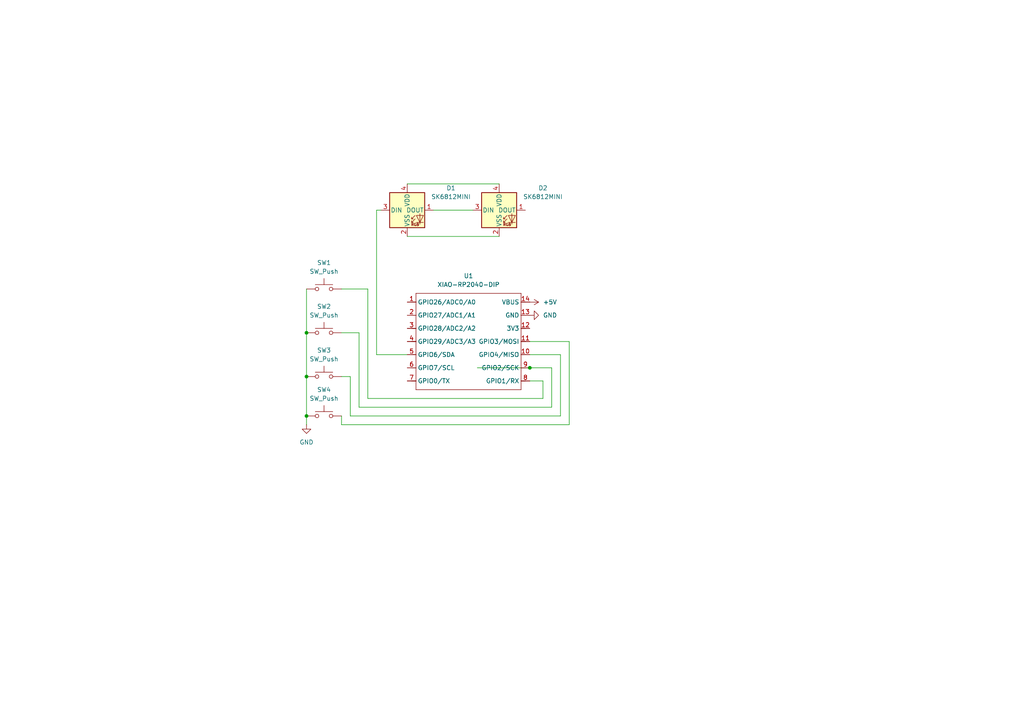
<source format=kicad_sch>
(kicad_sch (version 20250114) (generator "eeschema") (generator_version "9.0")
  (paper "A4")
  (lib_symbols
    (symbol "LED:SK6812MINI" (pin_names (offset 0.254))
      (property "Reference" "D" (at 5.08 5.715 0))
      (property "Value" "SK6812MINI" (at 1.27 -5.715 0))
      (symbol "SK6812MINI_0_0"
        (text "RGB" (at 2.286 -4.191 0) (effects (font (size 0.762 0.762))))
      )
      (symbol "SK6812MINI_0_1"
        (polyline (pts (xy 1.27 -2.54) (xy 1.778 -2.54)))
        (polyline (pts (xy 1.27 -3.556) (xy 1.778 -3.556)))
        (polyline (pts (xy 2.286 -1.524) (xy 1.27 -2.54) (xy 1.27 -2.032)))
        (polyline (pts (xy 2.286 -2.54) (xy 1.27 -3.556) (xy 1.27 -3.048)))
        (polyline (pts (xy 3.683 -1.016) (xy 3.683 -3.556) (xy 3.683 -4.064)))
        (polyline (pts (xy 4.699 -1.524) (xy 2.667 -1.524) (xy 3.683 -3.556) (xy 4.699 -1.524)))
        (polyline (pts (xy 4.699 -3.556) (xy 2.667 -3.556)))
        (rectangle (start 5.08 5.08) (end -5.08 -5.08) (stroke (width 0.254)) (fill (type background)))
      )
      (symbol "SK6812MINI_1_1"
        (pin input line (at -7.62 0 0) (length 2.54) (name "DIN") (number "3"))
        (pin power_in line (at 0 7.62 270) (length 2.54) (name "VDD") (number "4"))
        (pin power_in line (at 0 -7.62 90) (length 2.54) (name "VSS") (number "2"))
        (pin output line (at 7.62 0 180) (length 2.54) (name "DOUT") (number "1"))
      )
    )
    (symbol "OPL:XIAO-RP2040-DIP"
      (property "Reference" "U" (at 0 0 0))
      (property "Value" "XIAO-RP2040-DIP" (at 5.334 -1.778 0))
      (symbol "XIAO-RP2040-DIP_1_0"
        (polyline (pts (xy -1.27 -2.54) (xy 29.21 -2.54)) (stroke (width 0.1524)))
        (polyline (pts (xy -1.27 -5.08) (xy -2.54 -5.08)) (stroke (width 0.1524)))
        (polyline (pts (xy -1.27 -5.08) (xy -1.27 -2.54)) (stroke (width 0.1524)))
        (polyline (pts (xy -1.27 -8.89) (xy -2.54 -8.89)) (stroke (width 0.1524)))
        (polyline (pts (xy -1.27 -8.89) (xy -1.27 -5.08)) (stroke (width 0.1524)))
        (polyline (pts (xy -1.27 -12.7) (xy -2.54 -12.7)) (stroke (width 0.1524)))
        (polyline (pts (xy -1.27 -12.7) (xy -1.27 -8.89)) (stroke (width 0.1524)))
        (polyline (pts (xy -1.27 -16.51) (xy -2.54 -16.51)) (stroke (width 0.1524)))
        (polyline (pts (xy -1.27 -16.51) (xy -1.27 -12.7)) (stroke (width 0.1524)))
        (polyline (pts (xy -1.27 -20.32) (xy -2.54 -20.32)) (stroke (width 0.1524)))
        (polyline (pts (xy -1.27 -24.13) (xy -2.54 -24.13)) (stroke (width 0.1524)))
        (polyline (pts (xy -1.27 -27.94) (xy -2.54 -27.94)) (stroke (width 0.1524)))
        (polyline (pts (xy -1.27 -30.48) (xy -1.27 -16.51)) (stroke (width 0.1524)))
        (polyline (pts (xy 29.21 -2.54) (xy 29.21 -5.08)) (stroke (width 0.1524)))
        (polyline (pts (xy 29.21 -5.08) (xy 29.21 -8.89)) (stroke (width 0.1524)))
        (polyline (pts (xy 29.21 -8.89) (xy 29.21 -12.7)) (stroke (width 0.1524)))
        (polyline (pts (xy 29.21 -12.7) (xy 29.21 -30.48)) (stroke (width 0.1524)))
        (polyline (pts (xy 29.21 -30.48) (xy -1.27 -30.48)) (stroke (width 0.1524)))
        (polyline (pts (xy 30.48 -5.08) (xy 29.21 -5.08)) (stroke (width 0.1524)))
        (polyline (pts (xy 30.48 -8.89) (xy 29.21 -8.89)) (stroke (width 0.1524)))
        (polyline (pts (xy 30.48 -12.7) (xy 29.21 -12.7)) (stroke (width 0.1524)))
        (polyline (pts (xy 30.48 -16.51) (xy 29.21 -16.51)) (stroke (width 0.1524)))
        (polyline (pts (xy 30.48 -20.32) (xy 29.21 -20.32)) (stroke (width 0.1524)))
        (polyline (pts (xy 30.48 -24.13) (xy 29.21 -24.13)) (stroke (width 0.1524)))
        (polyline (pts (xy 30.48 -27.94) (xy 29.21 -27.94)) (stroke (width 0.1524)))
        (pin passive line (at -3.81 -5.08 0) (length 2.54) (name "GPIO26/ADC0/A0") (number "1"))
        (pin passive line (at -3.81 -8.89 0) (length 2.54) (name "GPIO27/ADC1/A1") (number "2"))
        (pin passive line (at -3.81 -12.7 0) (length 2.54) (name "GPIO28/ADC2/A2") (number "3"))
        (pin passive line (at -3.81 -16.51 0) (length 2.54) (name "GPIO29/ADC3/A3") (number "4"))
        (pin passive line (at -3.81 -20.32 0) (length 2.54) (name "GPIO6/SDA") (number "5"))
        (pin passive line (at -3.81 -24.13 0) (length 2.54) (name "GPIO7/SCL") (number "6"))
        (pin passive line (at -3.81 -27.94 0) (length 2.54) (name "GPIO0/TX") (number "7"))
        (pin passive line (at 31.75 -5.08 180) (length 2.54) (name "VBUS") (number "14"))
        (pin passive line (at 31.75 -8.89 180) (length 2.54) (name "GND") (number "13"))
        (pin passive line (at 31.75 -12.7 180) (length 2.54) (name "3V3") (number "12"))
        (pin passive line (at 31.75 -16.51 180) (length 2.54) (name "GPIO3/MOSI") (number "11"))
        (pin passive line (at 31.75 -20.32 180) (length 2.54) (name "GPIO4/MISO") (number "10"))
        (pin passive line (at 31.75 -24.13 180) (length 2.54) (name "GPIO2/SCK") (number "9"))
        (pin passive line (at 31.75 -27.94 180) (length 2.54) (name "GPIO1/RX") (number "8"))
      )
    )
    (symbol "Switch:SW_Push" (pin_numbers (hide yes)) (pin_names (offset 1.016) (hide yes))
      (property "Reference" "SW" (at 1.27 2.54 0))
      (property "Value" "SW_Push" (at 0 -1.524 0))
      (symbol "SW_Push_0_1"
        (circle (center -2.032 0) (radius 0.508))
        (polyline (pts (xy 0 1.27) (xy 0 3.048)))
        (circle (center 2.032 0) (radius 0.508))
        (polyline (pts (xy 2.54 1.27) (xy -2.54 1.27)))
        (pin passive line (at -5.08 0 0) (length 2.54) (name "1") (number "1"))
        (pin passive line (at 5.08 0 180) (length 2.54) (name "2") (number "2"))
      )
    )
    (symbol "power:+5V" (power) (pin_numbers (hide yes)) (pin_names (offset 0) (hide yes))
      (property "Value" "+5V" (at 0 3.556 0))
      (symbol "+5V_0_1"
        (polyline (pts (xy -0.762 1.27) (xy 0 2.54)))
        (polyline (pts (xy 0 2.54) (xy 0.762 1.27)))
        (polyline (pts (xy 0 0) (xy 0 2.54)))
      )
      (symbol "+5V_1_1"
        (pin power_in line (at 0 0 90) (length 0) (name "~") (number "1"))
      )
    )
    (symbol "power:GND" (power) (pin_numbers (hide yes)) (pin_names (offset 0) (hide yes))
      (property "Value" "GND" (at 0 -3.81 0))
      (symbol "GND_0_1"
        (polyline (pts (xy 0 0) (xy 0 -1.27) (xy 1.27 -1.27) (xy 0 -2.54) (xy -1.27 -1.27) (xy 0 -1.27)))
      )
      (symbol "GND_1_1"
        (pin power_in line (at 0 0 270) (length 0) (name "~") (number "1"))
      )
    )
  )
  (junction (at 88.9 96.52))
  (junction (at 88.9 109.22))
  (junction (at 153.67 106.68))
  (junction (at 88.9 120.65))
  (wire (pts (xy 106.68 115.57) (xy 157.48 115.57)))
  (wire (pts (xy 153.67 110.49) (xy 157.48 110.49)))
  (wire (pts (xy 138.43 106.68) (xy 153.67 106.68)))
  (wire (pts (xy 88.9 109.22) (xy 88.9 120.65)))
  (wire (pts (xy 125.73 60.96) (xy 137.16 60.96)))
  (wire (pts (xy 88.9 83.82) (xy 88.9 96.52)))
  (wire (pts (xy 157.48 115.57) (xy 157.48 110.49)))
  (wire (pts (xy 104.14 96.52) (xy 99.06 96.52)))
  (wire (pts (xy 106.68 83.82) (xy 106.68 115.57)))
  (wire (pts (xy 160.02 118.11) (xy 104.14 118.11)))
  (wire (pts (xy 162.56 120.65) (xy 162.56 102.87)))
  (wire (pts (xy 118.11 53.34) (xy 144.78 53.34)))
  (wire (pts (xy 99.06 120.65) (xy 99.06 123.19)))
  (wire (pts (xy 153.67 102.87) (xy 162.56 102.87)))
  (wire (pts (xy 101.6 120.65) (xy 162.56 120.65)))
  (wire (pts (xy 109.22 102.87) (xy 118.11 102.87)))
  (wire (pts (xy 153.67 99.06) (xy 165.1 99.06)))
  (wire (pts (xy 118.11 68.58) (xy 144.78 68.58)))
  (wire (pts (xy 165.1 123.19) (xy 99.06 123.19)))
  (wire (pts (xy 109.22 60.96) (xy 109.22 102.87)))
  (wire (pts (xy 153.67 106.68) (xy 160.02 106.68)))
  (wire (pts (xy 104.14 118.11) (xy 104.14 96.52)))
  (wire (pts (xy 165.1 99.06) (xy 165.1 123.19)))
  (wire (pts (xy 109.22 60.96) (xy 110.49 60.96)))
  (wire (pts (xy 160.02 106.68) (xy 160.02 118.11)))
  (wire (pts (xy 99.06 109.22) (xy 101.6 109.22)))
  (wire (pts (xy 88.9 120.65) (xy 88.9 123.19)))
  (wire (pts (xy 88.9 96.52) (xy 88.9 109.22)))
  (wire (pts (xy 99.06 83.82) (xy 106.68 83.82)))
  (wire (pts (xy 101.6 109.22) (xy 101.6 120.65)))
  (symbol (lib_id "LED:SK6812MINI") (at 118.11 60.96 0) (unit 1)
    (property "Reference" "D1" (at 130.81 54.5398 0))
    (property "Value" "SK6812MINI" (at 130.81 57.0798 0))
    (property "Footprint" "LED_SMD:LED_SK6812MINI_PLCC4_3.5x3.5mm_P1.75mm" (effects (hide yes)))
    (property "Datasheet" "https://cdn-shop.adafruit.com/product-files/2686/SK6812MINI_REV.01-1-2.pdf" (effects (hide yes)))
    (property "Description" "RGB LED with integrated controller" (effects (hide yes)))
  )
  (symbol (lib_id "LED:SK6812MINI") (at 144.78 60.96 0) (unit 1)
    (property "Reference" "D2" (at 157.48 54.5398 0))
    (property "Value" "SK6812MINI" (at 157.48 57.0798 0))
    (property "Footprint" "LED_SMD:LED_SK6812MINI_PLCC4_3.5x3.5mm_P1.75mm" (effects (hide yes)))
    (property "Datasheet" "https://cdn-shop.adafruit.com/product-files/2686/SK6812MINI_REV.01-1-2.pdf" (effects (hide yes)))
    (property "Description" "RGB LED with integrated controller" (effects (hide yes)))
  )
  (symbol (lib_id "Switch:SW_Push") (at 93.98 96.52 0) (unit 1)
    (property "Reference" "SW2" (at 93.98 88.9 0))
    (property "Value" "SW_Push" (at 93.98 91.44 0))
    (property "Footprint" "Button_Switch_Keyboard:SW_Cherry_MX_1.00u_PCB" (effects (hide yes)))
    (property "Description" "Push button switch, generic, two pins" (effects (hide yes)))
  )
  (symbol (lib_id "Switch:SW_Push") (at 93.98 120.65 0) (unit 1)
    (property "Reference" "SW4" (at 93.98 113.03 0))
    (property "Value" "SW_Push" (at 93.98 115.57 0))
    (property "Footprint" "Button_Switch_Keyboard:SW_Cherry_MX_1.00u_PCB" (effects (hide yes)))
    (property "Description" "Push button switch, generic, two pins" (effects (hide yes)))
  )
  (symbol (lib_id "Switch:SW_Push") (at 93.98 109.22 0) (unit 1)
    (property "Reference" "SW3" (at 93.98 101.6 0))
    (property "Value" "SW_Push" (at 93.98 104.14 0))
    (property "Footprint" "Button_Switch_Keyboard:SW_Cherry_MX_1.00u_PCB" (effects (hide yes)))
    (property "Description" "Push button switch, generic, two pins" (effects (hide yes)))
  )
  (symbol (lib_id "power:+5V") (at 153.67 87.63 270) (unit 1)
    (property "Reference" "#PWR03" (effects (hide yes)))
    (property "Value" "+5V" (at 157.48 87.6299 90) (effects (justify left)))
    (property "Description" "Power symbol creates a global label with name \"+5V\"" (effects (hide yes)))
  )
  (symbol (lib_id "OPL:XIAO-RP2040-DIP") (at 121.92 82.55 0) (unit 1)
    (property "Reference" "U1" (at 135.89 80.01 0))
    (property "Value" "XIAO-RP2040-DIP" (at 135.89 82.55 0))
    (property "Footprint" "OPL:XIAO-RP2040-DIP" (effects (hide yes)))
  )
  (symbol (lib_id "power:GND") (at 153.67 91.44 90) (unit 1)
    (property "Reference" "#PWR02" (effects (hide yes)))
    (property "Value" "GND" (at 157.48 91.4399 90) (effects (justify right)))
    (property "Description" "Power symbol creates a global label with name \"GND\" , ground" (effects (hide yes)))
  )
  (symbol (lib_id "power:GND") (at 88.9 123.19 0) (unit 1)
    (property "Reference" "#PWR01" (effects (hide yes)))
    (property "Value" "GND" (at 88.9 128.27 0))
    (property "Description" "Power symbol creates a global label with name \"GND\" , ground" (effects (hide yes)))
  )
  (symbol (lib_id "Switch:SW_Push") (at 93.98 83.82 0) (unit 1)
    (property "Reference" "SW1" (at 93.98 76.2 0))
    (property "Value" "SW_Push" (at 93.98 78.74 0))
    (property "Footprint" "Button_Switch_Keyboard:SW_Cherry_MX_1.00u_PCB" (effects (hide yes)))
    (property "Description" "Push button switch, generic, two pins" (effects (hide yes)))
  )
)
</source>
